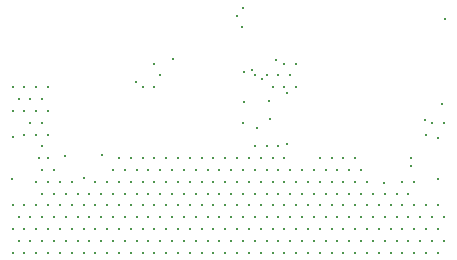
<source format=gbr>
%TF.GenerationSoftware,Altium Limited,Altium Designer,24.7.2 (38)*%
G04 Layer_Color=0*
%FSLAX45Y45*%
%MOMM*%
%TF.SameCoordinates,665F1D1F-C803-44D7-9F74-9D0A5895F251*%
%TF.FilePolarity,Positive*%
%TF.FileFunction,Plated,1,2,PTH,Drill*%
%TF.Part,Single*%
G01*
G75*
%TA.AperFunction,ViaDrill,NotFilled*%
%ADD39C,0.20000*%
D39*
X10270000Y4757500D02*
D03*
X8645000Y4520000D02*
D03*
X8957500Y4522500D02*
D03*
X11850006Y4800003D02*
D03*
X11800006Y4100002D02*
D03*
X11850006Y4000002D02*
D03*
X11800006Y3900002D02*
D03*
X11850006Y3800002D02*
D03*
X11800006Y3700002D02*
D03*
X11750006Y4800003D02*
D03*
X11700006Y4700003D02*
D03*
Y4100002D02*
D03*
X11750006Y4000002D02*
D03*
X11700006Y3900002D02*
D03*
X11750006Y3800002D02*
D03*
X11700006Y3700002D02*
D03*
X11600006Y4300002D02*
D03*
Y4100002D02*
D03*
X11650006Y4000002D02*
D03*
X11600006Y3900002D02*
D03*
X11650006Y3800002D02*
D03*
X11600006Y3700002D02*
D03*
X11500006Y4300002D02*
D03*
X11550006Y4200002D02*
D03*
X11500006Y4100002D02*
D03*
X11550006Y4000002D02*
D03*
X11500006Y3900002D02*
D03*
X11550006Y3800002D02*
D03*
X11500006Y3700002D02*
D03*
X11450006Y4200002D02*
D03*
X11400006Y4100002D02*
D03*
X11450006Y4000002D02*
D03*
X11400006Y3900002D02*
D03*
X11450006Y3800002D02*
D03*
X11400006Y3700002D02*
D03*
X11350006Y4200002D02*
D03*
X11300006Y4100002D02*
D03*
X11350006Y4000002D02*
D03*
X11300006Y3900002D02*
D03*
X11350006Y3800002D02*
D03*
X11300006Y3700002D02*
D03*
X11200006Y4300002D02*
D03*
X11250006Y4200002D02*
D03*
X11200006Y4100002D02*
D03*
X11250006Y4000002D02*
D03*
X11200006Y3900002D02*
D03*
X11250006Y3800002D02*
D03*
X11200006Y3700002D02*
D03*
X11100006Y4500002D02*
D03*
X11150006Y4400002D02*
D03*
X11100006Y4300002D02*
D03*
X11150006Y4200002D02*
D03*
X11100006Y4100002D02*
D03*
X11150006Y4000002D02*
D03*
X11100006Y3900002D02*
D03*
X11150006Y3800002D02*
D03*
X11100006Y3700002D02*
D03*
X11000006Y4500002D02*
D03*
X11050006Y4400002D02*
D03*
X11000006Y4300002D02*
D03*
X11050006Y4200002D02*
D03*
X11000006Y4100002D02*
D03*
X11050006Y4000002D02*
D03*
X11000006Y3900002D02*
D03*
X11050006Y3800002D02*
D03*
X11000006Y3700002D02*
D03*
X10900006Y4500002D02*
D03*
X10950006Y4400002D02*
D03*
X10900006Y4300002D02*
D03*
X10950006Y4200002D02*
D03*
X10900006Y4100002D02*
D03*
X10950006Y4000002D02*
D03*
X10900006Y3900002D02*
D03*
X10950006Y3800002D02*
D03*
X10900006Y3700002D02*
D03*
X10800006Y4500002D02*
D03*
X10850006Y4400002D02*
D03*
X10800006Y4300002D02*
D03*
X10850006Y4200002D02*
D03*
X10800006Y4100002D02*
D03*
X10850006Y4000002D02*
D03*
X10800006Y3900002D02*
D03*
X10850006Y3800002D02*
D03*
X10800006Y3700002D02*
D03*
X10750006Y4400002D02*
D03*
X10700006Y4300002D02*
D03*
X10750006Y4200002D02*
D03*
X10700006Y4100002D02*
D03*
X10750006Y4000002D02*
D03*
X10700006Y3900002D02*
D03*
X10750006Y3800002D02*
D03*
X10700006Y3700002D02*
D03*
X10600006Y5300003D02*
D03*
Y5100003D02*
D03*
X10650006Y4400002D02*
D03*
X10600006Y4300002D02*
D03*
X10650006Y4200002D02*
D03*
X10600006Y4100002D02*
D03*
X10650006Y4000002D02*
D03*
X10600006Y3900002D02*
D03*
X10650006Y3800002D02*
D03*
X10600006Y3700002D02*
D03*
X10500006Y5300003D02*
D03*
X10550006Y5200003D02*
D03*
X10500006Y5100003D02*
D03*
Y4500002D02*
D03*
X10550006Y4400002D02*
D03*
X10500006Y4300002D02*
D03*
X10550006Y4200002D02*
D03*
X10500006Y4100002D02*
D03*
X10550006Y4000002D02*
D03*
X10500006Y3900002D02*
D03*
X10550006Y3800002D02*
D03*
X10500006Y3700002D02*
D03*
X10450006Y5200003D02*
D03*
X10400006Y5100003D02*
D03*
X10450006Y4600002D02*
D03*
X10400006Y4500002D02*
D03*
X10450006Y4400002D02*
D03*
X10400006Y4300002D02*
D03*
X10450006Y4200002D02*
D03*
X10400006Y4100002D02*
D03*
X10450006Y4000002D02*
D03*
X10400006Y3900002D02*
D03*
X10450006Y3800002D02*
D03*
X10400006Y3700002D02*
D03*
X10350005Y5200003D02*
D03*
Y4600002D02*
D03*
X10300006Y4500002D02*
D03*
X10350005Y4400002D02*
D03*
X10300006Y4300002D02*
D03*
X10350005Y4200002D02*
D03*
X10300006Y4100002D02*
D03*
X10350005Y4000002D02*
D03*
X10300006Y3900002D02*
D03*
X10350005Y3800002D02*
D03*
X10300006Y3700002D02*
D03*
X10250005Y5200003D02*
D03*
Y4600002D02*
D03*
X10200006Y4500002D02*
D03*
X10250005Y4400002D02*
D03*
X10200006Y4300002D02*
D03*
X10250005Y4200002D02*
D03*
X10200006Y4100002D02*
D03*
X10250005Y4000002D02*
D03*
X10200006Y3900002D02*
D03*
X10250005Y3800002D02*
D03*
X10200006Y3700002D02*
D03*
X10100005Y5700003D02*
D03*
X10150005Y4800003D02*
D03*
X10100005Y4500002D02*
D03*
X10150005Y4400002D02*
D03*
X10100005Y4300002D02*
D03*
X10150005Y4200002D02*
D03*
X10100005Y4100002D02*
D03*
X10150005Y4000002D02*
D03*
X10100005Y3900002D02*
D03*
X10150005Y3800002D02*
D03*
X10100005Y3700002D02*
D03*
X10000005Y4500002D02*
D03*
X10050005Y4400002D02*
D03*
X10000005Y4300002D02*
D03*
X10050005Y4200002D02*
D03*
X10000005Y4100002D02*
D03*
X10050005Y4000002D02*
D03*
X10000005Y3900002D02*
D03*
X10050005Y3800002D02*
D03*
X10000005Y3700002D02*
D03*
X9900005Y4500002D02*
D03*
X9950005Y4400002D02*
D03*
X9900005Y4300002D02*
D03*
X9950005Y4200002D02*
D03*
X9900005Y4100002D02*
D03*
X9950005Y4000002D02*
D03*
X9900005Y3900002D02*
D03*
X9950005Y3800002D02*
D03*
X9900005Y3700002D02*
D03*
X9800005Y4500002D02*
D03*
X9850005Y4400002D02*
D03*
X9800005Y4300002D02*
D03*
X9850005Y4200002D02*
D03*
X9800005Y4100002D02*
D03*
X9850005Y4000002D02*
D03*
X9800005Y3900002D02*
D03*
X9850005Y3800002D02*
D03*
X9800005Y3700002D02*
D03*
X9700005Y4500002D02*
D03*
X9750005Y4400002D02*
D03*
X9700005Y4300002D02*
D03*
X9750005Y4200002D02*
D03*
X9700005Y4100002D02*
D03*
X9750005Y4000002D02*
D03*
X9700005Y3900002D02*
D03*
X9750005Y3800002D02*
D03*
X9700005Y3700002D02*
D03*
X9600005Y4500002D02*
D03*
X9650005Y4400002D02*
D03*
X9600005Y4300002D02*
D03*
X9650005Y4200002D02*
D03*
X9600005Y4100002D02*
D03*
X9650005Y4000002D02*
D03*
X9600005Y3900002D02*
D03*
X9650005Y3800002D02*
D03*
X9600005Y3700002D02*
D03*
X9500005Y4500002D02*
D03*
X9550005Y4400002D02*
D03*
X9500005Y4300002D02*
D03*
X9550005Y4200002D02*
D03*
X9500005Y4100002D02*
D03*
X9550005Y4000002D02*
D03*
X9500005Y3900002D02*
D03*
X9550005Y3800002D02*
D03*
X9500005Y3700002D02*
D03*
X9400005Y5300003D02*
D03*
X9450005Y5200003D02*
D03*
X9400005Y5100003D02*
D03*
Y4500002D02*
D03*
X9450005Y4400002D02*
D03*
X9400005Y4300002D02*
D03*
X9450005Y4200002D02*
D03*
X9400005Y4100002D02*
D03*
X9450005Y4000002D02*
D03*
X9400005Y3900002D02*
D03*
X9450005Y3800002D02*
D03*
X9400005Y3700002D02*
D03*
X9300005Y5100003D02*
D03*
Y4500002D02*
D03*
X9350005Y4400002D02*
D03*
X9300005Y4300002D02*
D03*
X9350005Y4200002D02*
D03*
X9300005Y4100002D02*
D03*
X9350005Y4000002D02*
D03*
X9300005Y3900002D02*
D03*
X9350005Y3800002D02*
D03*
X9300005Y3700002D02*
D03*
X9200005Y4500002D02*
D03*
X9250005Y4400002D02*
D03*
X9200005Y4300002D02*
D03*
X9250005Y4200002D02*
D03*
X9200005Y4100002D02*
D03*
X9250005Y4000002D02*
D03*
X9200005Y3900002D02*
D03*
X9250005Y3800002D02*
D03*
X9200005Y3700002D02*
D03*
X9100005Y4500002D02*
D03*
X9150005Y4400002D02*
D03*
X9100005Y4300002D02*
D03*
X9150005Y4200002D02*
D03*
X9100005Y4100002D02*
D03*
X9150005Y4000002D02*
D03*
X9100005Y3900002D02*
D03*
X9150005Y3800002D02*
D03*
X9100005Y3700002D02*
D03*
X9050005Y4400002D02*
D03*
X9000005Y4300002D02*
D03*
X9050005Y4200002D02*
D03*
X9000005Y4100002D02*
D03*
X9050005Y4000002D02*
D03*
X9000005Y3900002D02*
D03*
X9050005Y3800002D02*
D03*
X9000005Y3700002D02*
D03*
X8900005Y4300002D02*
D03*
X8950005Y4200002D02*
D03*
X8900005Y4100002D02*
D03*
X8950005Y4000002D02*
D03*
X8900005Y3900002D02*
D03*
X8950005Y3800002D02*
D03*
X8900005Y3700002D02*
D03*
X8850005Y4200002D02*
D03*
X8800005Y4100002D02*
D03*
X8850005Y4000002D02*
D03*
X8800005Y3900002D02*
D03*
X8850005Y3800002D02*
D03*
X8800005Y3700002D02*
D03*
X8700005Y4300002D02*
D03*
X8750005Y4200002D02*
D03*
X8700005Y4100002D02*
D03*
X8750005Y4000002D02*
D03*
X8700005Y3900002D02*
D03*
X8750005Y3800002D02*
D03*
X8700005Y3700002D02*
D03*
X8600005Y4300002D02*
D03*
X8650005Y4200002D02*
D03*
X8600005Y4100002D02*
D03*
X8650005Y4000002D02*
D03*
X8600005Y3900002D02*
D03*
X8650005Y3800002D02*
D03*
X8600005Y3700002D02*
D03*
X8500005Y5100003D02*
D03*
Y4900003D02*
D03*
Y4700003D02*
D03*
Y4500002D02*
D03*
X8550004Y4400002D02*
D03*
X8500005Y4300002D02*
D03*
X8550004Y4200002D02*
D03*
X8500005Y4100002D02*
D03*
X8550004Y4000002D02*
D03*
X8500005Y3900002D02*
D03*
X8550004Y3800002D02*
D03*
X8500005Y3700002D02*
D03*
X8400005Y5100003D02*
D03*
X8450004Y5000003D02*
D03*
X8400005Y4900003D02*
D03*
X8450004Y4800003D02*
D03*
X8400005Y4700003D02*
D03*
X8450004Y4600002D02*
D03*
Y4400002D02*
D03*
X8400005Y4300002D02*
D03*
X8450004Y4200002D02*
D03*
X8400005Y4100002D02*
D03*
X8450004Y4000002D02*
D03*
X8400005Y3900002D02*
D03*
X8450004Y3800002D02*
D03*
X8400005Y3700002D02*
D03*
X8300004Y5100003D02*
D03*
X8350004Y5000003D02*
D03*
X8300004Y4900003D02*
D03*
X8350004Y4800003D02*
D03*
X8300004Y4700003D02*
D03*
Y4100002D02*
D03*
X8350004Y4000002D02*
D03*
X8300004Y3900002D02*
D03*
X8350004Y3800002D02*
D03*
X8300004Y3700002D02*
D03*
X8200004Y5100003D02*
D03*
X8250004Y5000003D02*
D03*
X8200004Y4900003D02*
D03*
Y4100002D02*
D03*
X8250004Y4000002D02*
D03*
X8200004Y3900002D02*
D03*
X8250004Y3800002D02*
D03*
X8200004Y3700002D02*
D03*
X10157500Y5230000D02*
D03*
X11862500Y5677500D02*
D03*
X9557500Y5342500D02*
D03*
X9240000Y5145000D02*
D03*
X10145000Y5612500D02*
D03*
X8200000Y4675000D02*
D03*
X8422500Y4502500D02*
D03*
X8195000Y4322500D02*
D03*
X8802500Y4332500D02*
D03*
X10150000Y5775000D02*
D03*
X10427500Y5327500D02*
D03*
X10227500Y5242500D02*
D03*
X10307500Y5167500D02*
D03*
X10157500Y4977500D02*
D03*
X10520000Y5050000D02*
D03*
X10372500Y4980000D02*
D03*
X10375000Y4827500D02*
D03*
X10522500Y4617500D02*
D03*
X11345000Y4287500D02*
D03*
X11800000Y4327500D02*
D03*
X11575000Y4432500D02*
D03*
Y4502500D02*
D03*
X11800000Y4672500D02*
D03*
X11835000Y4955000D02*
D03*
X11687500Y4825000D02*
D03*
%TF.MD5,b7c61e732e004cfd278edce47450740e*%
M02*

</source>
